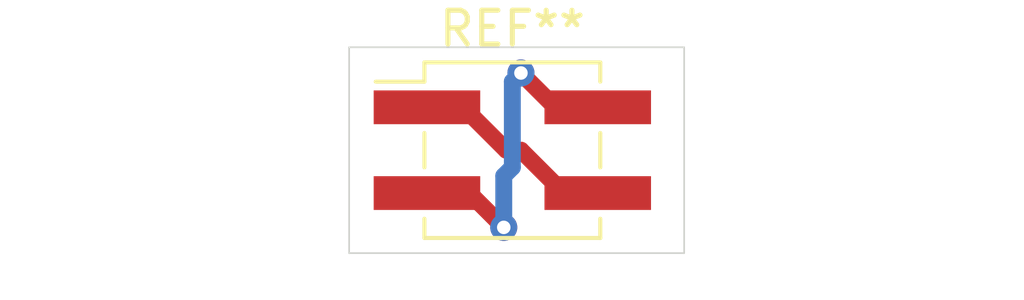
<source format=kicad_pcb>
(kicad_pcb (version 20171130) (host pcbnew "(5.1.4)-1")

  (general
    (thickness 1.6)
    (drawings 4)
    (tracks 15)
    (zones 0)
    (modules 1)
    (nets 1)
  )

  (page A4)
  (layers
    (0 F.Cu signal)
    (31 B.Cu signal)
    (32 B.Adhes user)
    (33 F.Adhes user)
    (34 B.Paste user)
    (35 F.Paste user)
    (36 B.SilkS user)
    (37 F.SilkS user)
    (38 B.Mask user)
    (39 F.Mask user)
    (40 Dwgs.User user)
    (41 Cmts.User user)
    (42 Eco1.User user)
    (43 Eco2.User user)
    (44 Edge.Cuts user)
    (45 Margin user)
    (46 B.CrtYd user)
    (47 F.CrtYd user)
    (48 B.Fab user)
    (49 F.Fab user)
  )

  (setup
    (last_trace_width 0.25)
    (trace_clearance 0.2)
    (zone_clearance 0.508)
    (zone_45_only no)
    (trace_min 0.2)
    (via_size 0.8)
    (via_drill 0.4)
    (via_min_size 0.4)
    (via_min_drill 0.3)
    (uvia_size 0.3)
    (uvia_drill 0.1)
    (uvias_allowed no)
    (uvia_min_size 0.2)
    (uvia_min_drill 0.1)
    (edge_width 0.05)
    (segment_width 0.2)
    (pcb_text_width 0.3)
    (pcb_text_size 1.5 1.5)
    (mod_edge_width 0.12)
    (mod_text_size 1 1)
    (mod_text_width 0.15)
    (pad_size 1.524 1.524)
    (pad_drill 0.762)
    (pad_to_mask_clearance 0.051)
    (solder_mask_min_width 0.25)
    (aux_axis_origin 0 0)
    (visible_elements FFFFFF7F)
    (pcbplotparams
      (layerselection 0x010fc_ffffffff)
      (usegerberextensions false)
      (usegerberattributes false)
      (usegerberadvancedattributes false)
      (creategerberjobfile false)
      (excludeedgelayer true)
      (linewidth 0.100000)
      (plotframeref false)
      (viasonmask false)
      (mode 1)
      (useauxorigin false)
      (hpglpennumber 1)
      (hpglpenspeed 20)
      (hpglpendiameter 15.000000)
      (psnegative false)
      (psa4output false)
      (plotreference true)
      (plotvalue true)
      (plotinvisibletext false)
      (padsonsilk false)
      (subtractmaskfromsilk false)
      (outputformat 1)
      (mirror false)
      (drillshape 0)
      (scaleselection 1)
      (outputdirectory "Gerbers/"))
  )

  (net 0 "")

  (net_class Default "This is the default net class."
    (clearance 0.2)
    (trace_width 0.25)
    (via_dia 0.8)
    (via_drill 0.4)
    (uvia_dia 0.3)
    (uvia_drill 0.1)
  )

  (module Connector_PinHeader_2.54mm:PinHeader_2x02_P2.54mm_Vertical_SMD (layer F.Cu) (tedit 59FED5CC) (tstamp 5D79F5F1)
    (at 156.21 109.22)
    (descr "surface-mounted straight pin header, 2x02, 2.54mm pitch, double rows")
    (tags "Surface mounted pin header SMD 2x02 2.54mm double row")
    (attr smd)
    (fp_text reference REF** (at 0 -3.6) (layer F.SilkS)
      (effects (font (size 1 1) (thickness 0.15)))
    )
    (fp_text value PinHeader_2x02_P2.54mm_Vertical_SMD (at 0 3.6) (layer F.Fab)
      (effects (font (size 1 1) (thickness 0.15)))
    )
    (fp_text user %R (at 0 0 90) (layer F.Fab)
      (effects (font (size 1 1) (thickness 0.15)))
    )
    (fp_line (start 5.9 -3.05) (end -5.9 -3.05) (layer F.CrtYd) (width 0.05))
    (fp_line (start 5.9 3.05) (end 5.9 -3.05) (layer F.CrtYd) (width 0.05))
    (fp_line (start -5.9 3.05) (end 5.9 3.05) (layer F.CrtYd) (width 0.05))
    (fp_line (start -5.9 -3.05) (end -5.9 3.05) (layer F.CrtYd) (width 0.05))
    (fp_line (start 2.6 -0.51) (end 2.6 0.51) (layer F.SilkS) (width 0.12))
    (fp_line (start -2.6 -0.51) (end -2.6 0.51) (layer F.SilkS) (width 0.12))
    (fp_line (start 2.6 2.03) (end 2.6 2.6) (layer F.SilkS) (width 0.12))
    (fp_line (start -2.6 2.03) (end -2.6 2.6) (layer F.SilkS) (width 0.12))
    (fp_line (start 2.6 -2.6) (end 2.6 -2.03) (layer F.SilkS) (width 0.12))
    (fp_line (start -2.6 -2.6) (end -2.6 -2.03) (layer F.SilkS) (width 0.12))
    (fp_line (start -4.04 -2.03) (end -2.6 -2.03) (layer F.SilkS) (width 0.12))
    (fp_line (start -2.6 2.6) (end 2.6 2.6) (layer F.SilkS) (width 0.12))
    (fp_line (start -2.6 -2.6) (end 2.6 -2.6) (layer F.SilkS) (width 0.12))
    (fp_line (start 3.6 1.59) (end 2.54 1.59) (layer F.Fab) (width 0.1))
    (fp_line (start 3.6 0.95) (end 3.6 1.59) (layer F.Fab) (width 0.1))
    (fp_line (start 2.54 0.95) (end 3.6 0.95) (layer F.Fab) (width 0.1))
    (fp_line (start -3.6 1.59) (end -2.54 1.59) (layer F.Fab) (width 0.1))
    (fp_line (start -3.6 0.95) (end -3.6 1.59) (layer F.Fab) (width 0.1))
    (fp_line (start -2.54 0.95) (end -3.6 0.95) (layer F.Fab) (width 0.1))
    (fp_line (start 3.6 -0.95) (end 2.54 -0.95) (layer F.Fab) (width 0.1))
    (fp_line (start 3.6 -1.59) (end 3.6 -0.95) (layer F.Fab) (width 0.1))
    (fp_line (start 2.54 -1.59) (end 3.6 -1.59) (layer F.Fab) (width 0.1))
    (fp_line (start -3.6 -0.95) (end -2.54 -0.95) (layer F.Fab) (width 0.1))
    (fp_line (start -3.6 -1.59) (end -3.6 -0.95) (layer F.Fab) (width 0.1))
    (fp_line (start -2.54 -1.59) (end -3.6 -1.59) (layer F.Fab) (width 0.1))
    (fp_line (start 2.54 -2.54) (end 2.54 2.54) (layer F.Fab) (width 0.1))
    (fp_line (start -2.54 -1.59) (end -1.59 -2.54) (layer F.Fab) (width 0.1))
    (fp_line (start -2.54 2.54) (end -2.54 -1.59) (layer F.Fab) (width 0.1))
    (fp_line (start -1.59 -2.54) (end 2.54 -2.54) (layer F.Fab) (width 0.1))
    (fp_line (start 2.54 2.54) (end -2.54 2.54) (layer F.Fab) (width 0.1))
    (pad 4 smd rect (at 2.525 1.27) (size 3.15 1) (layers F.Cu F.Paste F.Mask))
    (pad 3 smd rect (at -2.525 1.27) (size 3.15 1) (layers F.Cu F.Paste F.Mask))
    (pad 2 smd rect (at 2.525 -1.27) (size 3.15 1) (layers F.Cu F.Paste F.Mask))
    (pad 1 smd rect (at -2.525 -1.27) (size 3.15 1) (layers F.Cu F.Paste F.Mask))
    (model ${KISYS3DMOD}/Connector_PinHeader_2.54mm.3dshapes/PinHeader_2x02_P2.54mm_Vertical_SMD.wrl
      (at (xyz 0 0 0))
      (scale (xyz 1 1 1))
      (rotate (xyz 0 0 0))
    )
  )

  (gr_line (start 161.29 106.172) (end 151.384 106.172) (layer Edge.Cuts) (width 0.05) (tstamp 5D79F5F2))
  (gr_line (start 161.29 112.268) (end 161.29 106.172) (layer Edge.Cuts) (width 0.05))
  (gr_line (start 151.384 112.268) (end 161.29 112.268) (layer Edge.Cuts) (width 0.05))
  (gr_line (start 151.384 106.172) (end 151.384 112.268) (layer Edge.Cuts) (width 0.05))

  (segment (start 158.735 110.49) (end 157.734 110.49) (width 0.5) (layer F.Cu) (net 0))
  (segment (start 157.734 110.49) (end 156.464 109.22) (width 0.5) (layer F.Cu) (net 0))
  (segment (start 154.76 107.95) (end 153.685 107.95) (width 0.5) (layer F.Cu) (net 0))
  (segment (start 156.03 109.22) (end 154.76 107.95) (width 0.5) (layer F.Cu) (net 0))
  (segment (start 156.464 109.22) (end 156.03 109.22) (width 0.5) (layer F.Cu) (net 0))
  (via (at 155.956 111.506) (size 0.8) (drill 0.4) (layers F.Cu B.Cu) (net 0))
  (segment (start 153.685 110.49) (end 154.94 110.49) (width 0.5) (layer F.Cu) (net 0))
  (segment (start 154.94 110.49) (end 155.956 111.506) (width 0.5) (layer F.Cu) (net 0))
  (segment (start 155.956 111.506) (end 155.956 109.982) (width 0.5) (layer B.Cu) (net 0))
  (segment (start 155.956 109.982) (end 156.21 109.728) (width 0.5) (layer B.Cu) (net 0))
  (via (at 156.464 106.934) (size 0.8) (drill 0.4) (layers F.Cu B.Cu) (net 0))
  (segment (start 156.21 109.728) (end 156.21 107.188) (width 0.5) (layer B.Cu) (net 0))
  (segment (start 156.21 107.188) (end 156.464 106.934) (width 0.5) (layer B.Cu) (net 0))
  (segment (start 157.48 107.95) (end 156.464 106.934) (width 0.5) (layer F.Cu) (net 0))
  (segment (start 158.735 107.95) (end 157.48 107.95) (width 0.5) (layer F.Cu) (net 0))

)

</source>
